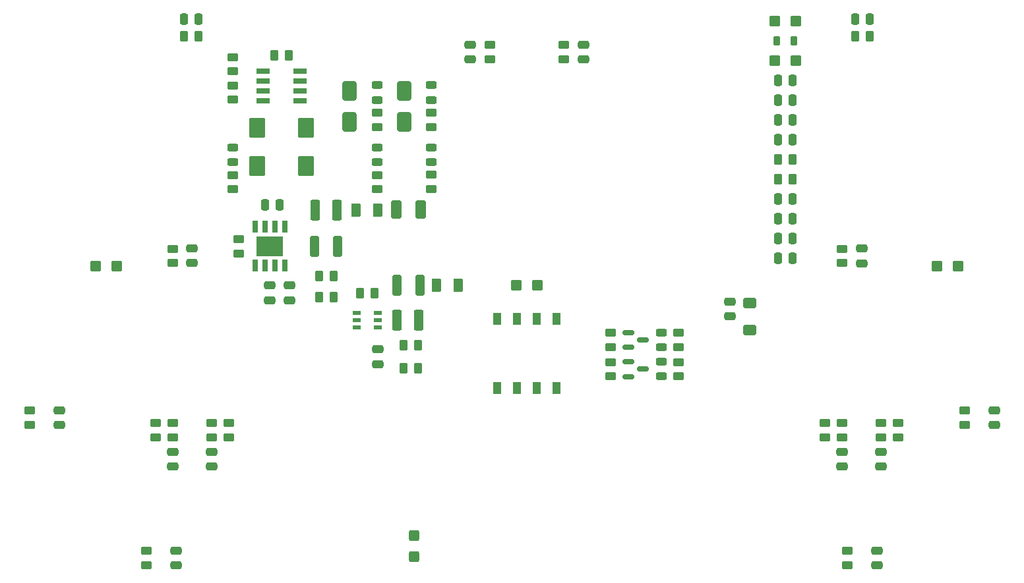
<source format=gbr>
%TF.GenerationSoftware,KiCad,Pcbnew,7.0.1*%
%TF.CreationDate,2024-02-13T15:17:08-03:00*%
%TF.ProjectId,Everything_Controller_V2.0,45766572-7974-4686-996e-675f436f6e74,R0*%
%TF.SameCoordinates,Original*%
%TF.FileFunction,Paste,Top*%
%TF.FilePolarity,Positive*%
%FSLAX46Y46*%
G04 Gerber Fmt 4.6, Leading zero omitted, Abs format (unit mm)*
G04 Created by KiCad (PCBNEW 7.0.1) date 2024-02-13 15:17:08*
%MOMM*%
%LPD*%
G01*
G04 APERTURE LIST*
G04 Aperture macros list*
%AMRoundRect*
0 Rectangle with rounded corners*
0 $1 Rounding radius*
0 $2 $3 $4 $5 $6 $7 $8 $9 X,Y pos of 4 corners*
0 Add a 4 corners polygon primitive as box body*
4,1,4,$2,$3,$4,$5,$6,$7,$8,$9,$2,$3,0*
0 Add four circle primitives for the rounded corners*
1,1,$1+$1,$2,$3*
1,1,$1+$1,$4,$5*
1,1,$1+$1,$6,$7*
1,1,$1+$1,$8,$9*
0 Add four rect primitives between the rounded corners*
20,1,$1+$1,$2,$3,$4,$5,0*
20,1,$1+$1,$4,$5,$6,$7,0*
20,1,$1+$1,$6,$7,$8,$9,0*
20,1,$1+$1,$8,$9,$2,$3,0*%
G04 Aperture macros list end*
%ADD10RoundRect,0.250000X0.450000X-0.262500X0.450000X0.262500X-0.450000X0.262500X-0.450000X-0.262500X0*%
%ADD11RoundRect,0.250000X0.475000X-0.250000X0.475000X0.250000X-0.475000X0.250000X-0.475000X-0.250000X0*%
%ADD12RoundRect,0.250000X0.262500X0.450000X-0.262500X0.450000X-0.262500X-0.450000X0.262500X-0.450000X0*%
%ADD13RoundRect,0.250000X-0.250000X-0.475000X0.250000X-0.475000X0.250000X0.475000X-0.250000X0.475000X0*%
%ADD14RoundRect,0.250000X-0.375000X-0.625000X0.375000X-0.625000X0.375000X0.625000X-0.375000X0.625000X0*%
%ADD15RoundRect,0.250000X-0.375000X-1.075000X0.375000X-1.075000X0.375000X1.075000X-0.375000X1.075000X0*%
%ADD16RoundRect,0.250000X-0.450000X0.262500X-0.450000X-0.262500X0.450000X-0.262500X0.450000X0.262500X0*%
%ADD17RoundRect,0.250000X-0.787500X-1.025000X0.787500X-1.025000X0.787500X1.025000X-0.787500X1.025000X0*%
%ADD18RoundRect,0.250000X-0.262500X-0.450000X0.262500X-0.450000X0.262500X0.450000X-0.262500X0.450000X0*%
%ADD19RoundRect,0.250000X0.250000X0.475000X-0.250000X0.475000X-0.250000X-0.475000X0.250000X-0.475000X0*%
%ADD20RoundRect,0.250000X-0.475000X0.250000X-0.475000X-0.250000X0.475000X-0.250000X0.475000X0.250000X0*%
%ADD21R,0.802000X1.505000*%
%ADD22R,3.502000X2.613000*%
%ADD23R,1.780000X0.720000*%
%ADD24RoundRect,0.250000X-0.650000X1.000000X-0.650000X-1.000000X0.650000X-1.000000X0.650000X1.000000X0*%
%ADD25RoundRect,0.250000X-0.600000X0.400000X-0.600000X-0.400000X0.600000X-0.400000X0.600000X0.400000X0*%
%ADD26RoundRect,0.243750X0.456250X-0.243750X0.456250X0.243750X-0.456250X0.243750X-0.456250X-0.243750X0*%
%ADD27RoundRect,0.243750X-0.456250X0.243750X-0.456250X-0.243750X0.456250X-0.243750X0.456250X0.243750X0*%
%ADD28RoundRect,0.250000X-0.412500X-0.925000X0.412500X-0.925000X0.412500X0.925000X-0.412500X0.925000X0*%
%ADD29RoundRect,0.250000X-0.450000X-0.425000X0.450000X-0.425000X0.450000X0.425000X-0.450000X0.425000X0*%
%ADD30R,1.100000X0.600000*%
%ADD31RoundRect,0.250000X-0.425000X0.450000X-0.425000X-0.450000X0.425000X-0.450000X0.425000X0.450000X0*%
%ADD32RoundRect,0.250000X0.325000X1.100000X-0.325000X1.100000X-0.325000X-1.100000X0.325000X-1.100000X0*%
%ADD33RoundRect,0.150000X-0.587500X-0.150000X0.587500X-0.150000X0.587500X0.150000X-0.587500X0.150000X0*%
%ADD34R,1.100000X1.500000*%
%ADD35RoundRect,0.250000X0.450000X0.425000X-0.450000X0.425000X-0.450000X-0.425000X0.450000X-0.425000X0*%
%ADD36RoundRect,0.218750X-0.218750X-0.381250X0.218750X-0.381250X0.218750X0.381250X-0.218750X0.381250X0*%
G04 APERTURE END LIST*
D10*
%TO.C,R22*%
X195500000Y-105512500D03*
X195500000Y-103687500D03*
%TD*%
D11*
%TO.C,C15*%
X90000000Y-103950000D03*
X90000000Y-102050000D03*
%TD*%
%TO.C,C8*%
X130850000Y-96100000D03*
X130850000Y-94200000D03*
%TD*%
D12*
%TO.C,R28*%
X107812500Y-54000000D03*
X105987500Y-54000000D03*
%TD*%
D13*
%TO.C,C31*%
X182250000Y-62160000D03*
X184150000Y-62160000D03*
%TD*%
D14*
%TO.C,F2*%
X138400000Y-85975000D03*
X141200000Y-85975000D03*
%TD*%
D15*
%TO.C,L1*%
X122850000Y-76275000D03*
X125650000Y-76275000D03*
%TD*%
D13*
%TO.C,C21*%
X182250000Y-82480000D03*
X184150000Y-82480000D03*
%TD*%
D11*
%TO.C,C16*%
X195000000Y-121950000D03*
X195000000Y-120050000D03*
%TD*%
D13*
%TO.C,C19*%
X182250000Y-74860000D03*
X184150000Y-74860000D03*
%TD*%
D10*
%TO.C,R20*%
X197700000Y-105512500D03*
X197700000Y-103687500D03*
%TD*%
D16*
%TO.C,R34*%
X169500000Y-95837500D03*
X169500000Y-97662500D03*
%TD*%
D17*
%TO.C,C2*%
X115387500Y-65700000D03*
X121612500Y-65700000D03*
%TD*%
D18*
%TO.C,R29*%
X192187500Y-54000000D03*
X194012500Y-54000000D03*
%TD*%
D16*
%TO.C,R14*%
X206190000Y-102087500D03*
X206190000Y-103912500D03*
%TD*%
D12*
%TO.C,R36*%
X184112500Y-72320000D03*
X182287500Y-72320000D03*
%TD*%
D19*
%TO.C,C33*%
X194050000Y-51800000D03*
X192150000Y-51800000D03*
%TD*%
D20*
%TO.C,C37*%
X157270000Y-55050000D03*
X157270000Y-56950000D03*
%TD*%
%TO.C,C25*%
X104500000Y-107350000D03*
X104500000Y-109250000D03*
%TD*%
D21*
%TO.C,U1*%
X115095000Y-83447500D03*
X116365000Y-83447500D03*
X117635000Y-83447500D03*
X118905000Y-83447500D03*
X118905000Y-78452500D03*
X117635000Y-78452500D03*
X116365000Y-78452500D03*
X115095000Y-78452500D03*
D22*
X117000000Y-80950000D03*
%TD*%
D11*
%TO.C,C27*%
X107000000Y-83100000D03*
X107000000Y-81200000D03*
%TD*%
D16*
%TO.C,R6*%
X113000000Y-80037500D03*
X113000000Y-81862500D03*
%TD*%
D20*
%TO.C,C23*%
X195500000Y-107350000D03*
X195500000Y-109250000D03*
%TD*%
D23*
%TO.C,Q2*%
X120840000Y-62255000D03*
X120840000Y-60985000D03*
X120840000Y-59715000D03*
X120840000Y-58445000D03*
X116160000Y-58445000D03*
X116160000Y-59715000D03*
X116160000Y-60985000D03*
X116160000Y-62255000D03*
%TD*%
D10*
%TO.C,R31*%
X160750000Y-93912500D03*
X160750000Y-92087500D03*
%TD*%
D24*
%TO.C,D4*%
X127250000Y-60950000D03*
X127250000Y-64950000D03*
%TD*%
D16*
%TO.C,R30*%
X169500000Y-92087500D03*
X169500000Y-93912500D03*
%TD*%
D17*
%TO.C,C3*%
X115387500Y-70650000D03*
X121612500Y-70650000D03*
%TD*%
D20*
%TO.C,C26*%
X109500000Y-107350000D03*
X109500000Y-109250000D03*
%TD*%
D13*
%TO.C,C30*%
X105950000Y-51800000D03*
X107850000Y-51800000D03*
%TD*%
D16*
%TO.C,R13*%
X130750000Y-71787500D03*
X130750000Y-73612500D03*
%TD*%
D20*
%TO.C,C5*%
X117000000Y-86000000D03*
X117000000Y-87900000D03*
%TD*%
D25*
%TO.C,D5*%
X178620000Y-88250000D03*
X178620000Y-91750000D03*
%TD*%
D26*
%TO.C,D3*%
X130750000Y-62137500D03*
X130750000Y-60262500D03*
%TD*%
D16*
%TO.C,R27*%
X104500000Y-81287500D03*
X104500000Y-83112500D03*
%TD*%
D27*
%TO.C,D9*%
X167250000Y-92062500D03*
X167250000Y-93937500D03*
%TD*%
%TO.C,D8*%
X130750000Y-68262500D03*
X130750000Y-70137500D03*
%TD*%
D20*
%TO.C,C38*%
X142730000Y-55050000D03*
X142730000Y-56950000D03*
%TD*%
D27*
%TO.C,D6*%
X112250000Y-68262500D03*
X112250000Y-70137500D03*
%TD*%
D10*
%TO.C,R21*%
X190500000Y-105512500D03*
X190500000Y-103687500D03*
%TD*%
D12*
%TO.C,R35*%
X184112500Y-69780000D03*
X182287500Y-69780000D03*
%TD*%
D16*
%TO.C,R12*%
X137750000Y-71762500D03*
X137750000Y-73587500D03*
%TD*%
D28*
%TO.C,C36*%
X133262500Y-76250000D03*
X136337500Y-76250000D03*
%TD*%
D16*
%TO.C,R5*%
X112250000Y-71787500D03*
X112250000Y-73612500D03*
%TD*%
D10*
%TO.C,R25*%
X111700000Y-105512500D03*
X111700000Y-103687500D03*
%TD*%
D29*
%TO.C,C10*%
X181850000Y-52000000D03*
X184550000Y-52000000D03*
%TD*%
D20*
%TO.C,C4*%
X119500000Y-86000000D03*
X119500000Y-87900000D03*
%TD*%
%TO.C,C24*%
X190500000Y-107350000D03*
X190500000Y-109250000D03*
%TD*%
D10*
%TO.C,R26*%
X102300000Y-105512500D03*
X102300000Y-103687500D03*
%TD*%
D16*
%TO.C,R18*%
X190500000Y-81287500D03*
X190500000Y-83112500D03*
%TD*%
D30*
%TO.C,U2*%
X130850000Y-91400000D03*
X130850000Y-90450000D03*
X130850000Y-89500000D03*
X128150000Y-89500000D03*
X128150000Y-90450000D03*
X128150000Y-91400000D03*
%TD*%
D10*
%TO.C,R24*%
X109500000Y-105512500D03*
X109500000Y-103687500D03*
%TD*%
D26*
%TO.C,D2*%
X137750000Y-62137500D03*
X137750000Y-60262500D03*
%TD*%
D11*
%TO.C,C22*%
X193000000Y-83150000D03*
X193000000Y-81250000D03*
%TD*%
D16*
%TO.C,R37*%
X145270000Y-55087500D03*
X145270000Y-56912500D03*
%TD*%
D15*
%TO.C,L2*%
X133350000Y-90450000D03*
X136150000Y-90450000D03*
%TD*%
D20*
%TO.C,C1*%
X176080000Y-88050000D03*
X176080000Y-89950000D03*
%TD*%
D11*
%TO.C,C17*%
X105000000Y-121950000D03*
X105000000Y-120050000D03*
%TD*%
D18*
%TO.C,R11*%
X128587500Y-86950000D03*
X130412500Y-86950000D03*
%TD*%
D31*
%TO.C,C12*%
X135500000Y-118150000D03*
X135500000Y-120850000D03*
%TD*%
D32*
%TO.C,C7*%
X125725000Y-80950000D03*
X122775000Y-80950000D03*
%TD*%
D10*
%TO.C,R3*%
X112250000Y-62112500D03*
X112250000Y-60287500D03*
%TD*%
D33*
%TO.C,Q3*%
X163062500Y-95800000D03*
X163062500Y-97700000D03*
X164937500Y-96750000D03*
%TD*%
D13*
%TO.C,C29*%
X182250000Y-64700000D03*
X184150000Y-64700000D03*
%TD*%
D10*
%TO.C,R23*%
X104500000Y-105512500D03*
X104500000Y-103687500D03*
%TD*%
D32*
%TO.C,C9*%
X136275000Y-85975000D03*
X133325000Y-85975000D03*
%TD*%
D18*
%TO.C,R10*%
X134175000Y-96650000D03*
X136000000Y-96650000D03*
%TD*%
D10*
%TO.C,R19*%
X188300000Y-105512500D03*
X188300000Y-103687500D03*
%TD*%
D18*
%TO.C,R32*%
X117587500Y-56450000D03*
X119412500Y-56450000D03*
%TD*%
D11*
%TO.C,C14*%
X210000000Y-103950000D03*
X210000000Y-102050000D03*
%TD*%
D34*
%TO.C,SW8*%
X153810000Y-90300000D03*
X151270000Y-90300000D03*
X148730000Y-90300000D03*
X146190000Y-90300000D03*
X146190000Y-99200000D03*
X148730000Y-99200000D03*
X151270000Y-99200000D03*
X153810000Y-99200000D03*
%TD*%
D10*
%TO.C,R1*%
X137750000Y-65612500D03*
X137750000Y-63787500D03*
%TD*%
D13*
%TO.C,C20*%
X182250000Y-77400000D03*
X184150000Y-77400000D03*
%TD*%
%TO.C,C28*%
X182250000Y-67240000D03*
X184150000Y-67240000D03*
%TD*%
D35*
%TO.C,C34*%
X97350000Y-83500000D03*
X94650000Y-83500000D03*
%TD*%
D27*
%TO.C,D10*%
X167250000Y-95812500D03*
X167250000Y-97687500D03*
%TD*%
D10*
%TO.C,R4*%
X112250000Y-58462500D03*
X112250000Y-56637500D03*
%TD*%
D33*
%TO.C,Q1*%
X163062500Y-92050000D03*
X163062500Y-93950000D03*
X164937500Y-93000000D03*
%TD*%
D13*
%TO.C,C18*%
X182250000Y-79940000D03*
X184150000Y-79940000D03*
%TD*%
%TO.C,C32*%
X182250000Y-59620000D03*
X184150000Y-59620000D03*
%TD*%
D24*
%TO.C,D1*%
X134250000Y-60950000D03*
X134250000Y-64950000D03*
%TD*%
D10*
%TO.C,R2*%
X130750000Y-65612500D03*
X130750000Y-63787500D03*
%TD*%
D18*
%TO.C,R8*%
X123337500Y-87450000D03*
X125162500Y-87450000D03*
%TD*%
D29*
%TO.C,C11*%
X181850000Y-57080000D03*
X184550000Y-57080000D03*
%TD*%
D16*
%TO.C,R15*%
X86190000Y-102087500D03*
X86190000Y-103912500D03*
%TD*%
%TO.C,R38*%
X154730000Y-55087500D03*
X154730000Y-56912500D03*
%TD*%
D35*
%TO.C,C35*%
X205350000Y-83500000D03*
X202650000Y-83500000D03*
%TD*%
D36*
%TO.C,FB1*%
X182137500Y-54540000D03*
X184262500Y-54540000D03*
%TD*%
D16*
%TO.C,R16*%
X191190000Y-120087500D03*
X191190000Y-121912500D03*
%TD*%
D29*
%TO.C,C13*%
X148650000Y-86000000D03*
X151350000Y-86000000D03*
%TD*%
D14*
%TO.C,F1*%
X128100000Y-76275000D03*
X130900000Y-76275000D03*
%TD*%
D16*
%TO.C,R17*%
X101190000Y-120087500D03*
X101190000Y-121912500D03*
%TD*%
D10*
%TO.C,R33*%
X160750000Y-97662500D03*
X160750000Y-95837500D03*
%TD*%
D12*
%TO.C,R7*%
X125162500Y-84800000D03*
X123337500Y-84800000D03*
%TD*%
D13*
%TO.C,C6*%
X116375000Y-75675000D03*
X118275000Y-75675000D03*
%TD*%
D27*
%TO.C,D7*%
X137750000Y-68237500D03*
X137750000Y-70112500D03*
%TD*%
D12*
%TO.C,R9*%
X136000000Y-93650000D03*
X134175000Y-93650000D03*
%TD*%
M02*

</source>
